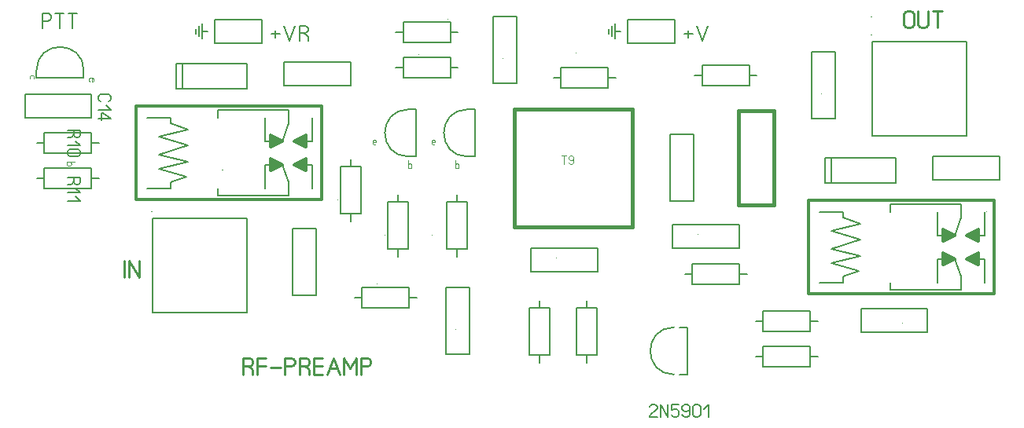
<source format=gbr>
%FSLAX34Y34*%
%MOMM*%
%LNSILK_TOP*%
G71*
G01*
%ADD10C,0.400*%
%ADD11C,0.150*%
%ADD12C,0.111*%
%ADD13C,0.144*%
%ADD14C,0.222*%
%ADD15C,0.200*%
%ADD16C,0.300*%
%ADD17C,0.167*%
%LPD*%
G54D10*
X590550Y-112650D02*
X717550Y-112650D01*
X717550Y-239650D01*
X590550Y-239650D01*
X590550Y-112650D01*
G54D11*
X476950Y-112850D02*
X484950Y-112850D01*
X484950Y-163575D01*
X476950Y-163575D01*
G54D11*
G75*
G01X476989Y-112719D02*
G03X476989Y-163719I0J-25500D01*
G01*
G54D11*
X540450Y-112850D02*
X548450Y-112850D01*
X548450Y-163575D01*
X540450Y-163575D01*
G54D11*
G75*
G01X540489Y-112719D02*
G03X540489Y-163719I0J-25500D01*
G01*
G54D12*
X476250Y-176150D02*
X476250Y-167261D01*
G54D12*
X476250Y-172594D02*
X476917Y-171483D01*
X478250Y-171150D01*
X479583Y-171483D01*
X480250Y-172594D01*
X480250Y-174816D01*
X479583Y-175928D01*
X478250Y-176150D01*
X476917Y-175928D01*
X476250Y-174816D01*
G54D11*
X476625Y-263479D02*
X454450Y-263479D01*
X454450Y-212779D01*
X476625Y-212779D01*
X476625Y-263479D01*
G54D11*
X465538Y-263679D02*
X465538Y-271579D01*
G54D11*
X465538Y-212679D02*
X465537Y-204779D01*
G54D11*
X540125Y-263479D02*
X517950Y-263479D01*
X517950Y-212779D01*
X540125Y-212779D01*
X540125Y-263479D01*
G54D11*
X529038Y-263679D02*
X529038Y-271579D01*
G54D11*
X529038Y-212679D02*
X529037Y-204779D01*
G54D11*
X201381Y-230119D02*
X302981Y-230119D01*
X302981Y-331719D01*
X201381Y-331719D01*
X201381Y-230119D01*
G54D13*
X276831Y-177969D02*
X276831Y-177969D01*
G54D13*
X200631Y-222869D02*
X200631Y-222869D01*
G54D14*
X171092Y-293619D02*
X171092Y-275841D01*
G54D14*
X175981Y-293619D02*
X175981Y-275841D01*
X186648Y-293619D01*
X186648Y-275841D01*
G54D14*
X1020698Y-10224D02*
X1020698Y-21335D01*
X1019365Y-23558D01*
X1016698Y-24669D01*
X1014031Y-24669D01*
X1011365Y-23558D01*
X1010031Y-21335D01*
X1010031Y-10224D01*
X1011365Y-8002D01*
X1014031Y-6891D01*
X1016698Y-6891D01*
X1019365Y-8002D01*
X1020698Y-10224D01*
G54D14*
X1025587Y-6891D02*
X1025587Y-21335D01*
X1026921Y-23558D01*
X1029587Y-24669D01*
X1032254Y-24669D01*
X1034921Y-23558D01*
X1036254Y-21335D01*
X1036254Y-6891D01*
G54D14*
X1046477Y-24669D02*
X1046477Y-6891D01*
G54D14*
X1041143Y-6891D02*
X1051810Y-6891D01*
G54D12*
X450850Y-247650D02*
X450850Y-247650D01*
G54D12*
X501650Y-247650D02*
X501650Y-247650D01*
G54D12*
X644017Y-171450D02*
X644017Y-162561D01*
G54D12*
X641350Y-162561D02*
X646683Y-162561D01*
G54D12*
X649127Y-169783D02*
X649794Y-170894D01*
X651127Y-171450D01*
X652460Y-171450D01*
X653794Y-170894D01*
X654460Y-169783D01*
X654460Y-167006D01*
X654460Y-166450D01*
X652460Y-167561D01*
X651127Y-167561D01*
X649794Y-167006D01*
X649127Y-165894D01*
X649127Y-164228D01*
X649794Y-163117D01*
X651127Y-162561D01*
X652460Y-162561D01*
X653794Y-163117D01*
X654460Y-164228D01*
X654460Y-167006D01*
G54D12*
X527050Y-176150D02*
X527050Y-167261D01*
G54D12*
X527050Y-172594D02*
X527717Y-171483D01*
X529050Y-171150D01*
X530383Y-171483D01*
X531050Y-172594D01*
X531050Y-174817D01*
X530383Y-175928D01*
X529050Y-176150D01*
X527717Y-175928D01*
X527050Y-174817D01*
G54D11*
X769050Y-347800D02*
X777050Y-347800D01*
X777050Y-398525D01*
X769050Y-398525D01*
G54D11*
G75*
G01X762739Y-347669D02*
G03X762739Y-398669I0J-25500D01*
G01*
G54D12*
X442150Y-150194D02*
X441083Y-150750D01*
X439750Y-150750D01*
X438417Y-150194D01*
X438150Y-149083D01*
X438150Y-147194D01*
X438817Y-146083D01*
X440150Y-145750D01*
X441483Y-146083D01*
X442150Y-146861D01*
X442150Y-147972D01*
X438150Y-147972D01*
G54D12*
X505650Y-150194D02*
X504583Y-150750D01*
X503250Y-150750D01*
X501917Y-150194D01*
X501650Y-149083D01*
X501650Y-147194D01*
X502317Y-146083D01*
X503650Y-145750D01*
X504983Y-146083D01*
X505650Y-146861D01*
X505650Y-147972D01*
X501650Y-147972D01*
G54D11*
X542464Y-304776D02*
X517064Y-304776D01*
X517064Y-376376D01*
X542464Y-376376D01*
X542464Y-304776D01*
G54D12*
X527050Y-349250D02*
X527050Y-349250D01*
G54D11*
X426986Y-326652D02*
X426986Y-304476D01*
X477686Y-304476D01*
X477686Y-326652D01*
X426986Y-326652D01*
G54D11*
X426786Y-315564D02*
X418886Y-315564D01*
G54D11*
X477786Y-315564D02*
X485686Y-315564D01*
G54D12*
X442815Y-300876D02*
X442815Y-300876D01*
G54D11*
X425825Y-225379D02*
X403650Y-225379D01*
X403650Y-174679D01*
X425825Y-174679D01*
X425825Y-225379D01*
G54D11*
X414738Y-225579D02*
X414738Y-233479D01*
G54D11*
X414738Y-174579D02*
X414737Y-166679D01*
G54D12*
X400050Y-209550D02*
X400050Y-209550D01*
G54D11*
X471436Y-40902D02*
X471436Y-18727D01*
X522136Y-18727D01*
X522136Y-40902D01*
X471436Y-40902D01*
G54D11*
X471236Y-29814D02*
X463336Y-29814D01*
G54D11*
X522236Y-29814D02*
X530136Y-29814D01*
G54D12*
X519015Y-15127D02*
X519015Y-15127D01*
G54D11*
X471436Y-79002D02*
X471436Y-56826D01*
X522136Y-56826D01*
X522136Y-79002D01*
X471436Y-79002D01*
G54D11*
X471236Y-67914D02*
X463336Y-67914D01*
G54D11*
X522236Y-67914D02*
X530136Y-67914D01*
G54D12*
X487265Y-53226D02*
X487265Y-53226D01*
G54D11*
X593264Y-12676D02*
X567864Y-12676D01*
X567864Y-84276D01*
X593264Y-84276D01*
X593264Y-12676D01*
G54D12*
X577850Y-57150D02*
X577850Y-57150D01*
G54D11*
X641026Y-89842D02*
X641026Y-67667D01*
X691726Y-67667D01*
X691726Y-89842D01*
X641026Y-89842D01*
G54D11*
X640826Y-78754D02*
X632926Y-78754D01*
G54D11*
X691826Y-78754D02*
X699726Y-78754D01*
G54D12*
X656855Y-51367D02*
X656855Y-51367D01*
G54D11*
X783764Y-139676D02*
X758364Y-139676D01*
X758364Y-211276D01*
X783764Y-211276D01*
X783764Y-139676D01*
G54D11*
X680637Y-287910D02*
X680637Y-262509D01*
X609036Y-262510D01*
X609037Y-287910D01*
X680637Y-287910D01*
G54D12*
X636163Y-272496D02*
X636163Y-272496D01*
G54D11*
X858786Y-352052D02*
X858786Y-329876D01*
X909486Y-329876D01*
X909486Y-352052D01*
X858786Y-352052D01*
G54D11*
X858586Y-340964D02*
X850686Y-340964D01*
G54D11*
X909586Y-340964D02*
X917486Y-340964D01*
G54D11*
X679825Y-377779D02*
X657650Y-377779D01*
X657650Y-327079D01*
X679825Y-327079D01*
X679825Y-377779D01*
G54D11*
X668738Y-377979D02*
X668738Y-385879D01*
G54D11*
X668738Y-326979D02*
X668737Y-319079D01*
G54D11*
X629025Y-377779D02*
X606850Y-377779D01*
X606850Y-327079D01*
X629025Y-327079D01*
X629025Y-377779D01*
G54D11*
X617938Y-377979D02*
X617938Y-385879D01*
G54D11*
X617938Y-326979D02*
X617937Y-319079D01*
G54D11*
X782586Y-301252D02*
X782586Y-279076D01*
X833286Y-279076D01*
X833286Y-301252D01*
X782586Y-301252D01*
G54D11*
X782386Y-290164D02*
X774486Y-290164D01*
G54D11*
X833386Y-290164D02*
X841286Y-290164D01*
G54D11*
X858786Y-390152D02*
X858786Y-367976D01*
X909486Y-367976D01*
X909486Y-390152D01*
X858786Y-390152D01*
G54D11*
X858586Y-379064D02*
X850686Y-379064D01*
G54D11*
X909586Y-379064D02*
X917486Y-379064D01*
G54D11*
X833036Y-262510D02*
X833037Y-237109D01*
X761436Y-237110D01*
X761437Y-262510D01*
X833036Y-262510D01*
G54D12*
X788563Y-247096D02*
X788563Y-247096D01*
G54D11*
X963864Y-327877D02*
X963864Y-353277D01*
X1035464Y-353277D01*
X1035464Y-327877D01*
X963864Y-327877D01*
G54D12*
X1008338Y-343291D02*
X1008338Y-343291D01*
G54D11*
X936164Y-50776D02*
X910764Y-50776D01*
X910764Y-122376D01*
X936164Y-122376D01*
X936164Y-50776D01*
G54D12*
X920750Y-95250D02*
X920750Y-95250D01*
G54D10*
X831850Y-114300D02*
X869950Y-114300D01*
X869950Y-215900D01*
X831850Y-215900D01*
X831850Y-114300D01*
G54D11*
X793118Y-87013D02*
X793118Y-64838D01*
X843818Y-64838D01*
X843818Y-87013D01*
X793118Y-87013D01*
G54D11*
X792918Y-75926D02*
X785018Y-75926D01*
G54D11*
X843918Y-75926D02*
X851818Y-75925D01*
G54D11*
X377364Y-241276D02*
X351964Y-241276D01*
X351964Y-312876D01*
X377364Y-312876D01*
X377364Y-241276D01*
G54D12*
X1098550Y-222250D02*
X1098550Y-222250D01*
G54D11*
X976081Y-39619D02*
X1077681Y-39619D01*
X1077681Y-141219D01*
X976081Y-141219D01*
X976081Y-39619D01*
G54D13*
X975331Y-12869D02*
X975331Y-12869D01*
G54D13*
X975331Y-32369D02*
X975331Y-32369D01*
G54D15*
X773450Y-31636D02*
X783050Y-31636D01*
G54D15*
X778250Y-27636D02*
X778250Y-35636D01*
G54D15*
X787450Y-22636D02*
X793450Y-38636D01*
X799450Y-22636D01*
G54D11*
X712854Y-41862D02*
X712854Y-16462D01*
X763654Y-16462D01*
X763654Y-41862D01*
X712854Y-41862D01*
G54D15*
X705521Y-28633D02*
X699170Y-28633D01*
G54D15*
X699170Y-36570D02*
X699171Y-20695D01*
G54D15*
X695996Y-23077D02*
X695996Y-34189D01*
G54D15*
X692821Y-31014D02*
X692821Y-26252D01*
G54D14*
X303916Y-389756D02*
X307916Y-391979D01*
X309249Y-394201D01*
X309249Y-398645D01*
G54D14*
X298582Y-398645D02*
X298582Y-380868D01*
X305249Y-380868D01*
X307916Y-381979D01*
X309249Y-384201D01*
X309249Y-386423D01*
X307916Y-388645D01*
X305249Y-389756D01*
X298582Y-389756D01*
G54D14*
X314138Y-398645D02*
X314138Y-380868D01*
X323472Y-380868D01*
G54D14*
X314138Y-389756D02*
X323472Y-389756D01*
G54D14*
X328360Y-390868D02*
X339027Y-390868D01*
G54D14*
X343916Y-398645D02*
X343916Y-380868D01*
X350583Y-380868D01*
X353250Y-381979D01*
X354583Y-384201D01*
X354583Y-386423D01*
X353250Y-388645D01*
X350583Y-389756D01*
X343916Y-389756D01*
G54D14*
X364806Y-389756D02*
X368806Y-391979D01*
X370139Y-394201D01*
X370139Y-398645D01*
G54D14*
X359472Y-398645D02*
X359472Y-380868D01*
X366139Y-380868D01*
X368806Y-381979D01*
X370139Y-384201D01*
X370139Y-386423D01*
X368806Y-388645D01*
X366139Y-389756D01*
X359472Y-389756D01*
G54D14*
X384362Y-398645D02*
X375028Y-398645D01*
X375028Y-380868D01*
X384362Y-380868D01*
G54D14*
X375028Y-389756D02*
X384362Y-389756D01*
G54D14*
X389250Y-398645D02*
X395917Y-380868D01*
X402584Y-398645D01*
G54D14*
X391917Y-391979D02*
X399917Y-391979D01*
G54D14*
X407472Y-398645D02*
X407472Y-380868D01*
X414139Y-391979D01*
X420806Y-380868D01*
X420806Y-398645D01*
G54D14*
X425694Y-398645D02*
X425694Y-380868D01*
X432361Y-380868D01*
X435028Y-381979D01*
X436361Y-384201D01*
X436361Y-386423D01*
X435028Y-388645D01*
X432361Y-389756D01*
X425694Y-389756D01*
G54D16*
X383750Y-210012D02*
X383650Y-109412D01*
X183750Y-109512D01*
X183750Y-210012D01*
X383750Y-210012D01*
G54D15*
X195150Y-197911D02*
X220550Y-197911D01*
X220550Y-191612D01*
X220550Y-191712D01*
X238050Y-185311D01*
X238050Y-185211D01*
X207850Y-177312D01*
X239650Y-169311D01*
X207850Y-161412D01*
X239650Y-151811D01*
X207850Y-142411D01*
X239650Y-134412D01*
X220550Y-128012D01*
X220550Y-121712D01*
X195150Y-121712D01*
G54D15*
X372950Y-197911D02*
X372950Y-172612D01*
X353950Y-172611D01*
G54D15*
X322150Y-197911D02*
X322150Y-172611D01*
X341150Y-172612D01*
G54D15*
X372950Y-121711D02*
X372950Y-147111D01*
X353950Y-147112D01*
G54D15*
X322150Y-121712D02*
X322150Y-147112D01*
X341150Y-147111D01*
G36*
X353950Y-172511D02*
X353850Y-172511D01*
X366550Y-178911D01*
X366550Y-166211D01*
X353950Y-172611D01*
X353950Y-172511D01*
G37*
G54D16*
X353950Y-172511D02*
X353850Y-172511D01*
X366550Y-178911D01*
X366550Y-166211D01*
X353950Y-172611D01*
X353950Y-172511D01*
G36*
X354050Y-147111D02*
X353950Y-147112D01*
X366650Y-153512D01*
X366650Y-140811D01*
X354050Y-147211D01*
X354050Y-147111D01*
G37*
G54D16*
X354050Y-147111D02*
X353950Y-147112D01*
X366650Y-153512D01*
X366650Y-140811D01*
X354050Y-147211D01*
X354050Y-147111D01*
G36*
X340950Y-172411D02*
X341050Y-172412D01*
X328350Y-166012D01*
X328350Y-178711D01*
X340950Y-172312D01*
X340950Y-172411D01*
G37*
G54D16*
X340950Y-172411D02*
X341050Y-172412D01*
X328350Y-166012D01*
X328350Y-178711D01*
X340950Y-172312D01*
X340950Y-172411D01*
G36*
X341050Y-147112D02*
X341150Y-147111D01*
X328450Y-140712D01*
X328450Y-153411D01*
X341050Y-147011D01*
X341050Y-147112D01*
G37*
G54D16*
X341050Y-147112D02*
X341150Y-147111D01*
X328450Y-140712D01*
X328450Y-153411D01*
X341050Y-147011D01*
X341050Y-147112D01*
G54D15*
X341150Y-172512D02*
X341250Y-172511D01*
X347650Y-191512D01*
X347550Y-191512D01*
X347550Y-205812D01*
X284050Y-205812D01*
X271350Y-205812D01*
X271350Y-197912D01*
G54D15*
X341150Y-147111D02*
X341150Y-147111D01*
X347550Y-128111D01*
X347550Y-113812D01*
X271350Y-113812D01*
X271350Y-121711D01*
G54D11*
X303099Y-63561D02*
X303099Y-90961D01*
X226899Y-90961D01*
X226899Y-63561D01*
X303099Y-63561D01*
G54D11*
X233199Y-90961D02*
X233199Y-63561D01*
G54D11*
X414407Y-87136D02*
X414407Y-61736D01*
X342807Y-61736D01*
X342807Y-87136D01*
X414407Y-87136D01*
G54D15*
X328950Y-31636D02*
X338550Y-31636D01*
G54D15*
X333750Y-27636D02*
X333750Y-35636D01*
G54D15*
X342950Y-22636D02*
X348950Y-38636D01*
X354950Y-22636D01*
G54D15*
X364150Y-30636D02*
X367750Y-32636D01*
X368950Y-34636D01*
X368950Y-38636D01*
G54D15*
X359350Y-38636D02*
X359350Y-22636D01*
X365350Y-22636D01*
X367750Y-23636D01*
X368950Y-25636D01*
X368950Y-27636D01*
X367750Y-29636D01*
X365350Y-30636D01*
X359350Y-30636D01*
G54D11*
X268354Y-41862D02*
X268354Y-16462D01*
X319154Y-16462D01*
X319154Y-41862D01*
X268354Y-41862D01*
G54D15*
X261021Y-28633D02*
X254670Y-28633D01*
G54D15*
X254670Y-36570D02*
X254671Y-20695D01*
G54D15*
X251496Y-23077D02*
X251496Y-34189D01*
G54D15*
X248321Y-31014D02*
X248321Y-26252D01*
G54D16*
X1107650Y-311612D02*
X1107550Y-211012D01*
X907650Y-211112D01*
X907650Y-311612D01*
X1107650Y-311612D01*
G54D15*
X919050Y-299511D02*
X944450Y-299511D01*
X944450Y-293212D01*
X944450Y-293312D01*
X961950Y-286911D01*
X961950Y-286811D01*
X931750Y-278912D01*
X963550Y-270911D01*
X931750Y-263012D01*
X963550Y-253411D01*
X931750Y-244011D01*
X963550Y-236012D01*
X944450Y-229612D01*
X944450Y-223312D01*
X919050Y-223312D01*
G54D15*
X1096850Y-299511D02*
X1096850Y-274212D01*
X1077850Y-274211D01*
G54D15*
X1046050Y-299511D02*
X1046050Y-274211D01*
X1065050Y-274212D01*
G54D15*
X1096850Y-223311D02*
X1096850Y-248711D01*
X1077850Y-248712D01*
G54D15*
X1046050Y-223312D02*
X1046050Y-248712D01*
X1065050Y-248711D01*
G36*
X1077850Y-274111D02*
X1077750Y-274111D01*
X1090450Y-280511D01*
X1090450Y-267811D01*
X1077850Y-274211D01*
X1077850Y-274111D01*
G37*
G54D16*
X1077850Y-274111D02*
X1077750Y-274111D01*
X1090450Y-280511D01*
X1090450Y-267811D01*
X1077850Y-274211D01*
X1077850Y-274111D01*
G36*
X1077950Y-248711D02*
X1077850Y-248712D01*
X1090550Y-255112D01*
X1090550Y-242411D01*
X1077950Y-248811D01*
X1077950Y-248711D01*
G37*
G54D16*
X1077950Y-248711D02*
X1077850Y-248712D01*
X1090550Y-255112D01*
X1090550Y-242411D01*
X1077950Y-248811D01*
X1077950Y-248711D01*
G36*
X1064850Y-274011D02*
X1064950Y-274012D01*
X1052250Y-267612D01*
X1052250Y-280311D01*
X1064850Y-273912D01*
X1064850Y-274011D01*
G37*
G54D16*
X1064850Y-274011D02*
X1064950Y-274012D01*
X1052250Y-267612D01*
X1052250Y-280311D01*
X1064850Y-273912D01*
X1064850Y-274011D01*
G36*
X1064950Y-248712D02*
X1065050Y-248711D01*
X1052350Y-242312D01*
X1052350Y-255011D01*
X1064950Y-248611D01*
X1064950Y-248712D01*
G37*
G54D16*
X1064950Y-248712D02*
X1065050Y-248711D01*
X1052350Y-242312D01*
X1052350Y-255011D01*
X1064950Y-248611D01*
X1064950Y-248712D01*
G54D15*
X1065050Y-274112D02*
X1065150Y-274111D01*
X1071550Y-293112D01*
X1071450Y-293112D01*
X1071450Y-307412D01*
X1007950Y-307412D01*
X995250Y-307412D01*
X995250Y-299512D01*
G54D15*
X1065050Y-248711D02*
X1065050Y-248711D01*
X1071450Y-229711D01*
X1071450Y-215412D01*
X995250Y-215412D01*
X995250Y-223311D01*
G54D11*
X1001599Y-165161D02*
X1001599Y-192561D01*
X925399Y-192561D01*
X925399Y-165161D01*
X1001599Y-165161D01*
G54D11*
X931699Y-192561D02*
X931699Y-165161D01*
G54D11*
X1112907Y-188736D02*
X1112907Y-163336D01*
X1041307Y-163336D01*
X1041307Y-188736D01*
X1112907Y-188736D01*
G54D11*
X127268Y-70978D02*
X127268Y-78978D01*
X76543Y-78978D01*
X76543Y-70978D01*
G54D11*
G75*
G01X127399Y-71017D02*
G03X76399Y-71017I-25500J0D01*
G01*
G54D11*
X64188Y-96831D02*
X64188Y-122231D01*
X135788Y-122231D01*
X135788Y-96831D01*
X64188Y-96831D01*
G54D17*
X145301Y-104466D02*
X143635Y-103466D01*
X142801Y-101466D01*
X142801Y-99466D01*
X143635Y-97466D01*
X145301Y-96466D01*
X153635Y-96466D01*
X155301Y-97466D01*
X156135Y-99466D01*
X156135Y-101466D01*
X155301Y-103466D01*
X153635Y-104466D01*
G54D17*
X151135Y-108133D02*
X156135Y-113133D01*
X142801Y-113133D01*
G54D17*
X142801Y-122800D02*
X156135Y-122800D01*
X147801Y-116800D01*
X146135Y-116800D01*
X146135Y-124800D01*
G54D11*
X84792Y-160158D02*
X84792Y-137983D01*
X135492Y-137983D01*
X135492Y-160158D01*
X84792Y-160158D01*
G54D11*
X84592Y-149070D02*
X76692Y-149070D01*
G54D11*
X135592Y-149071D02*
X143492Y-149070D01*
G54D11*
X84792Y-198258D02*
X84792Y-176083D01*
X135492Y-176083D01*
X135492Y-198258D01*
X84792Y-198258D01*
G54D11*
X84592Y-187170D02*
X76692Y-187170D01*
G54D11*
X135592Y-187170D02*
X143492Y-187170D01*
G54D17*
X116621Y-139235D02*
X114954Y-142235D01*
X113288Y-143235D01*
X109954Y-143235D01*
G54D17*
X109954Y-135235D02*
X123288Y-135235D01*
X123288Y-140235D01*
X122454Y-142235D01*
X120788Y-143235D01*
X119121Y-143235D01*
X117454Y-142235D01*
X116621Y-140235D01*
X116621Y-135235D01*
G54D17*
X118288Y-146902D02*
X123288Y-151902D01*
X109954Y-151902D01*
G54D17*
X120788Y-163569D02*
X112454Y-163569D01*
X110788Y-162569D01*
X109954Y-160569D01*
X109954Y-158569D01*
X110788Y-156569D01*
X112454Y-155569D01*
X120788Y-155569D01*
X122454Y-156569D01*
X123288Y-158569D01*
X123288Y-160569D01*
X122454Y-162569D01*
X120788Y-163569D01*
G54D17*
X116621Y-190035D02*
X114954Y-193035D01*
X113288Y-194036D01*
X109954Y-194035D01*
G54D17*
X109954Y-186035D02*
X123288Y-186036D01*
X123288Y-191036D01*
X122454Y-193035D01*
X120788Y-194035D01*
X119121Y-194035D01*
X117454Y-193035D01*
X116621Y-191036D01*
X116621Y-186036D01*
G54D17*
X118288Y-197702D02*
X123288Y-202702D01*
X109954Y-202702D01*
G54D17*
X118288Y-206369D02*
X123288Y-211369D01*
X109954Y-211369D01*
G54D12*
X133618Y-82711D02*
X133062Y-81645D01*
X133062Y-80311D01*
X133618Y-78978D01*
X134729Y-78711D01*
X136618Y-78711D01*
X137729Y-79378D01*
X138062Y-80711D01*
X137729Y-82045D01*
X136951Y-82711D01*
X135840Y-82711D01*
X135840Y-78711D01*
G54D12*
X108947Y-169619D02*
X117836Y-169619D01*
G54D12*
X112503Y-169619D02*
X113614Y-170286D01*
X113947Y-171619D01*
X113614Y-172953D01*
X112503Y-173619D01*
X110281Y-173619D01*
X109170Y-172953D01*
X108947Y-171619D01*
X109170Y-170286D01*
X110281Y-169619D01*
G54D12*
X73614Y-79753D02*
X73947Y-78419D01*
X73614Y-77086D01*
X72503Y-76419D01*
X70281Y-76419D01*
X69170Y-77086D01*
X68947Y-78419D01*
X69170Y-79753D01*
G54D15*
X82550Y-25400D02*
X82550Y-9400D01*
X88550Y-9400D01*
X90950Y-10400D01*
X92150Y-12400D01*
X92150Y-14400D01*
X90950Y-16400D01*
X88550Y-17400D01*
X82550Y-17400D01*
G54D15*
X101350Y-25400D02*
X101350Y-9400D01*
G54D15*
X96550Y-9400D02*
X106150Y-9400D01*
G54D15*
X115350Y-25400D02*
X115350Y-9400D01*
G54D15*
X110550Y-9400D02*
X120150Y-9400D01*
G54D17*
X744600Y-444500D02*
X736600Y-444500D01*
X736600Y-443667D01*
X737600Y-442000D01*
X743600Y-437000D01*
X744600Y-435333D01*
X744600Y-433667D01*
X743600Y-432000D01*
X741600Y-431167D01*
X739600Y-431167D01*
X737600Y-432000D01*
X736600Y-433667D01*
G54D17*
X748267Y-444500D02*
X748267Y-431167D01*
X756267Y-444500D01*
X756267Y-431167D01*
G54D17*
X767934Y-431167D02*
X759934Y-431167D01*
X759934Y-437000D01*
X760934Y-437000D01*
X762934Y-436167D01*
X764934Y-436167D01*
X766934Y-437000D01*
X767934Y-438667D01*
X767934Y-442000D01*
X766934Y-443667D01*
X764934Y-444500D01*
X762934Y-444500D01*
X760934Y-443667D01*
X759934Y-442000D01*
G54D17*
X771601Y-442000D02*
X772601Y-443667D01*
X774601Y-444500D01*
X776601Y-444500D01*
X778601Y-443667D01*
X779601Y-442000D01*
X779601Y-437833D01*
X779601Y-437000D01*
X776601Y-438667D01*
X774601Y-438667D01*
X772601Y-437833D01*
X771601Y-436167D01*
X771601Y-433667D01*
X772601Y-432000D01*
X774601Y-431167D01*
X776601Y-431167D01*
X778601Y-432000D01*
X779601Y-433667D01*
X779601Y-437833D01*
G54D17*
X791268Y-433667D02*
X791268Y-442000D01*
X790268Y-443667D01*
X788268Y-444500D01*
X786268Y-444500D01*
X784268Y-443667D01*
X783268Y-442000D01*
X783268Y-433667D01*
X784268Y-432000D01*
X786268Y-431167D01*
X788268Y-431167D01*
X790268Y-432000D01*
X791268Y-433667D01*
G54D17*
X794935Y-436167D02*
X799935Y-431167D01*
X799935Y-444500D01*
M02*

</source>
